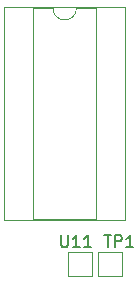
<source format=gbr>
%TF.GenerationSoftware,KiCad,Pcbnew,7.0.9*%
%TF.CreationDate,2024-04-23T20:51:24-07:00*%
%TF.ProjectId,U29-74LS02,5532392d-3734-44c5-9330-322e6b696361,rev?*%
%TF.SameCoordinates,Original*%
%TF.FileFunction,Legend,Top*%
%TF.FilePolarity,Positive*%
%FSLAX46Y46*%
G04 Gerber Fmt 4.6, Leading zero omitted, Abs format (unit mm)*
G04 Created by KiCad (PCBNEW 7.0.9) date 2024-04-23 20:51:24*
%MOMM*%
%LPD*%
G01*
G04 APERTURE LIST*
%ADD10C,0.150000*%
%ADD11C,0.100000*%
%ADD12C,0.120000*%
G04 APERTURE END LIST*
D10*
X158451779Y-106819819D02*
X158451779Y-107629342D01*
X158451779Y-107629342D02*
X158499398Y-107724580D01*
X158499398Y-107724580D02*
X158547017Y-107772200D01*
X158547017Y-107772200D02*
X158642255Y-107819819D01*
X158642255Y-107819819D02*
X158832731Y-107819819D01*
X158832731Y-107819819D02*
X158927969Y-107772200D01*
X158927969Y-107772200D02*
X158975588Y-107724580D01*
X158975588Y-107724580D02*
X159023207Y-107629342D01*
X159023207Y-107629342D02*
X159023207Y-106819819D01*
X160023207Y-107819819D02*
X159451779Y-107819819D01*
X159737493Y-107819819D02*
X159737493Y-106819819D01*
X159737493Y-106819819D02*
X159642255Y-106962676D01*
X159642255Y-106962676D02*
X159547017Y-107057914D01*
X159547017Y-107057914D02*
X159451779Y-107105533D01*
X160975588Y-107819819D02*
X160404160Y-107819819D01*
X160689874Y-107819819D02*
X160689874Y-106819819D01*
X160689874Y-106819819D02*
X160594636Y-106962676D01*
X160594636Y-106962676D02*
X160499398Y-107057914D01*
X160499398Y-107057914D02*
X160404160Y-107105533D01*
X162118922Y-106819819D02*
X162690350Y-106819819D01*
X162404636Y-107819819D02*
X162404636Y-106819819D01*
X163023684Y-107819819D02*
X163023684Y-106819819D01*
X163023684Y-106819819D02*
X163404636Y-106819819D01*
X163404636Y-106819819D02*
X163499874Y-106867438D01*
X163499874Y-106867438D02*
X163547493Y-106915057D01*
X163547493Y-106915057D02*
X163595112Y-107010295D01*
X163595112Y-107010295D02*
X163595112Y-107153152D01*
X163595112Y-107153152D02*
X163547493Y-107248390D01*
X163547493Y-107248390D02*
X163499874Y-107296009D01*
X163499874Y-107296009D02*
X163404636Y-107343628D01*
X163404636Y-107343628D02*
X163023684Y-107343628D01*
X164547493Y-107819819D02*
X163976065Y-107819819D01*
X164261779Y-107819819D02*
X164261779Y-106819819D01*
X164261779Y-106819819D02*
X164166541Y-106962676D01*
X164166541Y-106962676D02*
X164071303Y-107057914D01*
X164071303Y-107057914D02*
X163976065Y-107105533D01*
D11*
%TO.C,J1*%
X159004000Y-110236000D02*
X161036000Y-110236000D01*
X161036000Y-110236000D02*
X161036000Y-108204000D01*
X161036000Y-108204000D02*
X159004000Y-108204000D01*
X159004000Y-108204000D02*
X159004000Y-110236000D01*
X161544000Y-110236000D02*
X163576000Y-110236000D01*
X163576000Y-110236000D02*
X163576000Y-108204000D01*
X163576000Y-108204000D02*
X161544000Y-108204000D01*
X161544000Y-108204000D02*
X161544000Y-110236000D01*
D12*
%TO.C,SOCKET_74LS1*%
X157750000Y-87570000D02*
G75*
G03*
X159750000Y-87570000I1000000J0D01*
G01*
X161400000Y-105470000D02*
X161400000Y-87570000D01*
X153610000Y-87510000D02*
X153610000Y-105530000D01*
X157750000Y-87570000D02*
X156100000Y-87570000D01*
X156100000Y-105470000D02*
X161400000Y-105470000D01*
X156100000Y-87570000D02*
X156100000Y-105470000D01*
X161400000Y-87570000D02*
X159750000Y-87570000D01*
X153610000Y-105530000D02*
X163890000Y-105530000D01*
X163890000Y-105530000D02*
X163890000Y-87510000D01*
X163890000Y-87510000D02*
X153610000Y-87510000D01*
%TD*%
M02*

</source>
